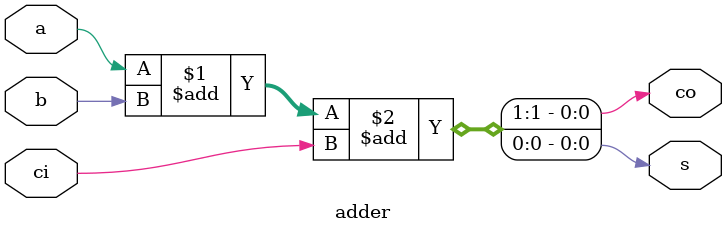
<source format=sv>

module adder(s, co, a, b, ci);

    output s, co;
    input  a, b, ci;
   
//    wire [1:0] Result;
//    assign Result = a + b + ci;
//    assign s = Result[0];
//    assign co = Result[1];
 
    assign {co,s} = a + b + ci;  
endmodule // adder

</source>
